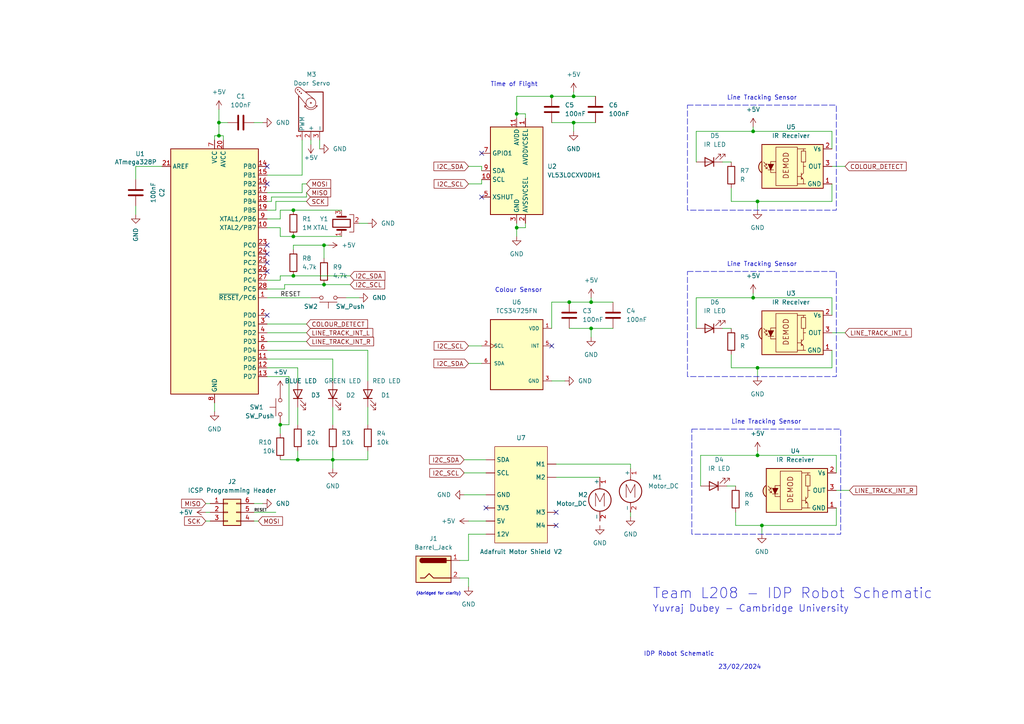
<source format=kicad_sch>
(kicad_sch (version 20230121) (generator eeschema)
  (paper "A4")
  (lib_symbols
    (symbol "Connector:Barrel_Jack" (pin_names (offset 1.016))
      (property "Reference" "J" (at 0 5.334 0))
      (property "Value" "Barrel_Jack" (at 0 -5.08 0))
      (symbol "Barrel_Jack_0_1"
        (rectangle (start -5.08 3.81) (end 5.08 -3.81) (stroke (width 0.254)) (fill (type background)))
        (arc (start -3.302 3.175) (mid -3.9343 2.54) (end -3.302 1.905) (stroke (width 0.254)))
        (arc (start -3.302 3.175) (mid -3.9343 2.54) (end -3.302 1.905) (stroke (width 0.254)) (fill (type outline)))
        (polyline (pts (xy 5.08 2.54) (xy 3.81 2.54)) (stroke (width 0.254)))
        (polyline (pts (xy -3.81 -2.54) (xy -2.54 -2.54) (xy -1.27 -1.27) (xy 0 -2.54) (xy 2.54 -2.54) (xy 5.08 -2.54)) (stroke (width 0.254)))
        (rectangle (start 3.683 3.175) (end -3.302 1.905) (stroke (width 0.254)) (fill (type outline)))
      )
      (symbol "Barrel_Jack_1_1"
        (pin passive line (at 7.62 2.54 180) (length 2.54) (name "~") (number "1"))
        (pin passive line (at 7.62 -2.54 180) (length 2.54) (name "~") (number "2"))
      )
    )
    (symbol "Connector_Generic:Conn_02x03_Counter_Clockwise" (pin_names (offset 1.016) hide)
      (property "Reference" "J" (at 1.27 5.08 0))
      (property "Value" "Conn_02x03_Counter_Clockwise" (at 1.27 -5.08 0))
      (symbol "Conn_02x03_Counter_Clockwise_1_1"
        (rectangle (start -1.27 -2.413) (end 0 -2.667) (stroke (width 0.1524)))
        (rectangle (start -1.27 0.127) (end 0 -0.127) (stroke (width 0.1524)))
        (rectangle (start -1.27 2.667) (end 0 2.413) (stroke (width 0.1524)))
        (rectangle (start -1.27 3.81) (end 3.81 -3.81) (stroke (width 0.254)) (fill (type background)))
        (rectangle (start 3.81 -2.413) (end 2.54 -2.667) (stroke (width 0.1524)))
        (rectangle (start 3.81 0.127) (end 2.54 -0.127) (stroke (width 0.1524)))
        (rectangle (start 3.81 2.667) (end 2.54 2.413) (stroke (width 0.1524)))
        (pin passive line (at -5.08 2.54 0) (length 3.81) (name "Pin_1") (number "1"))
        (pin passive line (at -5.08 0 0) (length 3.81) (name "Pin_2") (number "2"))
        (pin passive line (at -5.08 -2.54 0) (length 3.81) (name "Pin_3") (number "3"))
        (pin passive line (at 7.62 -2.54 180) (length 3.81) (name "Pin_4") (number "4"))
        (pin passive line (at 7.62 0 180) (length 3.81) (name "Pin_5") (number "5"))
        (pin passive line (at 7.62 2.54 180) (length 3.81) (name "Pin_6") (number "6"))
      )
    )
    (symbol "Device:C" (pin_numbers hide) (pin_names (offset 0.254))
      (property "Reference" "C" (at 0.635 2.54 0))
      (property "Value" "C" (at 0.635 -2.54 0))
      (symbol "C_0_1"
        (polyline (pts (xy -2.032 -0.762) (xy 2.032 -0.762)) (stroke (width 0.508)))
        (polyline (pts (xy -2.032 0.762) (xy 2.032 0.762)) (stroke (width 0.508)))
      )
      (symbol "C_1_1"
        (pin passive line (at 0 3.81 270) (length 2.794) (name "~") (number "1"))
        (pin passive line (at 0 -3.81 90) (length 2.794) (name "~") (number "2"))
      )
    )
    (symbol "Device:Crystal_GND2" (pin_names (offset 1.016) hide)
      (property "Reference" "Y" (at 0 5.715 0))
      (property "Value" "Crystal_GND2" (at 0 3.81 0))
      (symbol "Crystal_GND2_0_1"
        (rectangle (start -1.143 2.54) (end 1.143 -2.54) (stroke (width 0.3048)))
        (polyline (pts (xy -2.54 0) (xy -1.905 0)))
        (polyline (pts (xy -1.905 -1.27) (xy -1.905 1.27)) (stroke (width 0.508)))
        (polyline (pts (xy 0 -3.81) (xy 0 -3.556)))
        (polyline (pts (xy 1.905 0) (xy 2.54 0)))
        (polyline (pts (xy 1.905 1.27) (xy 1.905 -1.27)) (stroke (width 0.508)))
        (polyline (pts (xy -2.54 -2.286) (xy -2.54 -3.556) (xy 2.54 -3.556) (xy 2.54 -2.286)))
      )
      (symbol "Crystal_GND2_1_1"
        (pin passive line (at -3.81 0 0) (length 1.27) (name "1") (number "1"))
        (pin passive line (at 0 -5.08 90) (length 1.27) (name "2") (number "2"))
        (pin passive line (at 3.81 0 180) (length 1.27) (name "3") (number "3"))
      )
    )
    (symbol "Device:LED" (pin_numbers hide) (pin_names (offset 1.016) hide)
      (property "Reference" "D" (at 0 2.54 0))
      (property "Value" "LED" (at 0 -2.54 0))
      (symbol "LED_0_1"
        (polyline (pts (xy -1.27 -1.27) (xy -1.27 1.27)) (stroke (width 0.254)))
        (polyline (pts (xy -1.27 0) (xy 1.27 0)))
        (polyline (pts (xy 1.27 -1.27) (xy 1.27 1.27) (xy -1.27 0) (xy 1.27 -1.27)) (stroke (width 0.254)))
        (polyline (pts (xy -3.048 -0.762) (xy -4.572 -2.286) (xy -3.81 -2.286) (xy -4.572 -2.286) (xy -4.572 -1.524)))
        (polyline (pts (xy -1.778 -0.762) (xy -3.302 -2.286) (xy -2.54 -2.286) (xy -3.302 -2.286) (xy -3.302 -1.524)))
      )
      (symbol "LED_1_1"
        (pin passive line (at -3.81 0 0) (length 2.54) (name "K") (number "1"))
        (pin passive line (at 3.81 0 180) (length 2.54) (name "A") (number "2"))
      )
    )
    (symbol "Device:R" (pin_numbers hide) (pin_names (offset 0))
      (property "Reference" "R" (at 2.032 0 90))
      (property "Value" "R" (at 0 0 90))
      (symbol "R_0_1"
        (rectangle (start -1.016 -2.54) (end 1.016 2.54) (stroke (width 0.254)))
      )
      (symbol "R_1_1"
        (pin passive line (at 0 3.81 270) (length 1.27) (name "~") (number "1"))
        (pin passive line (at 0 -3.81 90) (length 1.27) (name "~") (number "2"))
      )
    )
    (symbol "Interface_Optical:TSOP17xx"
      (property "Reference" "U" (at -10.16 7.62 0))
      (property "Value" "TSOP17xx" (at -10.16 -7.62 0))
      (symbol "TSOP17xx_0_0"
        (arc (start -10.287 1.397) (mid -11.0899 -0.1852) (end -10.287 -1.778) (stroke (width 0.254)) (fill (type background)))
        (polyline (pts (xy 1.905 -5.08) (xy 0.127 -5.08)))
        (polyline (pts (xy 1.905 5.08) (xy 0.127 5.08)))
        (text "DEMOD" (at -3.175 0.254 900) (effects (font (size 1.524 1.524))))
      )
      (symbol "TSOP17xx_0_1"
        (rectangle (start -6.096 5.588) (end 0.127 -5.588))
        (polyline (pts (xy -8.763 0.381) (xy -9.652 1.27)))
        (polyline (pts (xy -8.763 0.381) (xy -9.271 0.381)))
        (polyline (pts (xy -8.763 0.381) (xy -8.763 0.889)))
        (polyline (pts (xy -8.636 -0.635) (xy -9.525 0.254)))
        (polyline (pts (xy -8.636 -0.635) (xy -9.144 -0.635)))
        (polyline (pts (xy -8.636 -0.635) (xy -8.636 -0.127)))
        (polyline (pts (xy -8.382 -1.016) (xy -6.731 -1.016)))
        (polyline (pts (xy 1.27 -2.921) (xy 0.127 -2.921)))
        (polyline (pts (xy 1.27 -1.905) (xy 1.27 -3.81)))
        (polyline (pts (xy 1.397 -3.556) (xy 1.524 -3.556)))
        (polyline (pts (xy 1.651 -3.556) (xy 1.524 -3.556)))
        (polyline (pts (xy 1.651 -3.556) (xy 1.651 -3.302)))
        (polyline (pts (xy 1.905 0) (xy 1.905 1.27)))
        (polyline (pts (xy 1.905 4.445) (xy 1.905 5.08) (xy 2.54 5.08)))
        (polyline (pts (xy -8.382 0.635) (xy -6.731 0.635) (xy -7.62 -1.016) (xy -8.382 0.635)) (fill (type outline)))
        (polyline (pts (xy -6.096 1.397) (xy -7.62 1.397) (xy -7.62 -1.778) (xy -6.096 -1.778)))
        (polyline (pts (xy 1.27 -3.175) (xy 1.905 -3.81) (xy 1.905 -5.08) (xy 2.54 -5.08)))
        (polyline (pts (xy 1.27 -2.54) (xy 1.905 -1.905) (xy 1.905 0) (xy 2.54 0)))
        (rectangle (start 2.54 1.27) (end 1.27 4.445))
        (rectangle (start 7.62 6.35) (end -10.16 -6.35) (stroke (width 0.254)) (fill (type background)))
      )
      (symbol "TSOP17xx_1_1"
        (pin power_in line (at 10.16 -5.08 180) (length 2.54) (name "GND") (number "1"))
        (pin power_in line (at 10.16 5.08 180) (length 2.54) (name "Vs") (number "2"))
        (pin output line (at 10.16 0 180) (length 2.54) (name "OUT") (number "3"))
      )
    )
    (symbol "MCU_Microchip_ATmega:ATmega328P-P"
      (property "Reference" "U" (at -12.7 36.83 0))
      (property "Value" "ATmega328P-P" (at 2.54 -36.83 0))
      (symbol "ATmega328P-P_0_1"
        (rectangle (start -12.7 -35.56) (end 12.7 35.56) (stroke (width 0.254)) (fill (type background)))
      )
      (symbol "ATmega328P-P_1_1"
        (pin bidirectional line (at 15.24 -7.62 180) (length 2.54) (name "~{RESET}/PC6") (number "1"))
        (pin bidirectional line (at 15.24 12.7 180) (length 2.54) (name "XTAL2/PB7") (number "10"))
        (pin bidirectional line (at 15.24 -25.4 180) (length 2.54) (name "PD5") (number "11"))
        (pin bidirectional line (at 15.24 -27.94 180) (length 2.54) (name "PD6") (number "12"))
        (pin bidirectional line (at 15.24 -30.48 180) (length 2.54) (name "PD7") (number "13"))
        (pin bidirectional line (at 15.24 30.48 180) (length 2.54) (name "PB0") (number "14"))
        (pin bidirectional line (at 15.24 27.94 180) (length 2.54) (name "PB1") (number "15"))
        (pin bidirectional line (at 15.24 25.4 180) (length 2.54) (name "PB2") (number "16"))
        (pin bidirectional line (at 15.24 22.86 180) (length 2.54) (name "PB3") (number "17"))
        (pin bidirectional line (at 15.24 20.32 180) (length 2.54) (name "PB4") (number "18"))
        (pin bidirectional line (at 15.24 17.78 180) (length 2.54) (name "PB5") (number "19"))
        (pin bidirectional line (at 15.24 -12.7 180) (length 2.54) (name "PD0") (number "2"))
        (pin power_in line (at 2.54 38.1 270) (length 2.54) (name "AVCC") (number "20"))
        (pin passive line (at -15.24 30.48 0) (length 2.54) (name "AREF") (number "21"))
        (pin passive line (at 0 -38.1 90) (length 2.54) hide (name "GND") (number "22"))
        (pin bidirectional line (at 15.24 7.62 180) (length 2.54) (name "PC0") (number "23"))
        (pin bidirectional line (at 15.24 5.08 180) (length 2.54) (name "PC1") (number "24"))
        (pin bidirectional line (at 15.24 2.54 180) (length 2.54) (name "PC2") (number "25"))
        (pin bidirectional line (at 15.24 0 180) (length 2.54) (name "PC3") (number "26"))
        (pin bidirectional line (at 15.24 -2.54 180) (length 2.54) (name "PC4") (number "27"))
        (pin bidirectional line (at 15.24 -5.08 180) (length 2.54) (name "PC5") (number "28"))
        (pin bidirectional line (at 15.24 -15.24 180) (length 2.54) (name "PD1") (number "3"))
        (pin bidirectional line (at 15.24 -17.78 180) (length 2.54) (name "PD2") (number "4"))
        (pin bidirectional line (at 15.24 -20.32 180) (length 2.54) (name "PD3") (number "5"))
        (pin bidirectional line (at 15.24 -22.86 180) (length 2.54) (name "PD4") (number "6"))
        (pin power_in line (at 0 38.1 270) (length 2.54) (name "VCC") (number "7"))
        (pin power_in line (at 0 -38.1 90) (length 2.54) (name "GND") (number "8"))
        (pin bidirectional line (at 15.24 15.24 180) (length 2.54) (name "XTAL1/PB6") (number "9"))
      )
    )
    (symbol "Motor:Motor_DC" (pin_names (offset 0))
      (property "Reference" "M" (at 2.54 2.54 0))
      (property "Value" "Motor_DC" (at 2.54 -5.08 0))
      (symbol "Motor_DC_0_0"
        (polyline (pts (xy -1.27 -3.302) (xy -1.27 0.508) (xy 0 -2.032) (xy 1.27 0.508) (xy 1.27 -3.302)))
      )
      (symbol "Motor_DC_0_1"
        (circle (center 0 -1.524) (radius 3.2512) (stroke (width 0.254)))
        (polyline (pts (xy 0 -7.62) (xy 0 -7.112)))
        (polyline (pts (xy 0 -4.7752) (xy 0 -5.1816)))
        (polyline (pts (xy 0 1.7272) (xy 0 2.0828)))
        (polyline (pts (xy 0 2.032) (xy 0 2.54)))
      )
      (symbol "Motor_DC_1_1"
        (pin passive line (at 0 5.08 270) (length 2.54) (name "+") (number "1"))
        (pin passive line (at 0 -7.62 90) (length 2.54) (name "-") (number "2"))
      )
    )
    (symbol "Motor:Motor_Servo" (pin_names (offset 0.0254))
      (property "Reference" "M" (at -5.08 4.445 0))
      (property "Value" "Motor_Servo" (at -5.08 -4.064 0))
      (symbol "Motor_Servo_0_1"
        (polyline (pts (xy 2.413 -1.778) (xy 2.032 -1.778)))
        (polyline (pts (xy 2.413 -1.778) (xy 2.286 -1.397)))
        (polyline (pts (xy 2.413 1.778) (xy 1.905 1.778)))
        (polyline (pts (xy 2.413 1.778) (xy 2.286 1.397)))
        (polyline (pts (xy 6.35 4.445) (xy 2.54 1.27)))
        (polyline (pts (xy 7.62 3.175) (xy 4.191 -1.016)))
        (polyline (pts (xy 5.08 3.556) (xy -5.08 3.556) (xy -5.08 -3.556) (xy 6.35 -3.556) (xy 6.35 1.524)) (stroke (width 0.254)))
        (arc (start 2.413 1.778) (mid 1.2406 0) (end 2.413 -1.778))
        (circle (center 3.175 0) (radius 0.1778))
        (circle (center 3.175 0) (radius 1.4224))
        (circle (center 5.969 2.794) (radius 0.127))
        (circle (center 6.477 3.302) (radius 0.127))
        (circle (center 6.985 3.81) (radius 0.127))
        (arc (start 7.62 3.175) (mid 7.4485 4.2735) (end 6.35 4.445))
      )
      (symbol "Motor_Servo_1_1"
        (pin passive line (at -7.62 2.54 0) (length 2.54) (name "PWM") (number "1"))
        (pin passive line (at -7.62 0 0) (length 2.54) (name "+") (number "2"))
        (pin passive line (at -7.62 -2.54 0) (length 2.54) (name "-") (number "3"))
      )
    )
    (symbol "Sensor_Distance:VL53L0CXV0DH1"
      (property "Reference" "U" (at -6.35 13.97 0))
      (property "Value" "VL53L0CXV0DH1" (at 12.065 13.97 0))
      (symbol "VL53L0CXV0DH1_0_1"
        (rectangle (start -7.62 12.7) (end 7.62 -12.7) (stroke (width 0.254)) (fill (type background)))
      )
      (symbol "VL53L0CXV0DH1_1_1"
        (pin power_in line (at 2.54 15.24 270) (length 2.54) (name "AVDDVCSEL") (number "1"))
        (pin input line (at -10.16 -2.54 0) (length 2.54) (name "SCL") (number "10"))
        (pin power_in line (at 0 15.24 270) (length 2.54) (name "AVDD") (number "11"))
        (pin passive line (at 0 -15.24 90) (length 2.54) hide (name "GND") (number "12"))
        (pin power_in line (at 2.54 -15.24 90) (length 2.54) (name "AVSSVCSEL") (number "2"))
        (pin power_in line (at 0 -15.24 90) (length 2.54) (name "GND") (number "3"))
        (pin passive line (at 0 -15.24 90) (length 2.54) hide (name "GND") (number "4"))
        (pin input line (at -10.16 -7.62 0) (length 2.54) (name "XSHUT") (number "5"))
        (pin passive line (at 0 -15.24 90) (length 2.54) hide (name "GND") (number "6"))
        (pin open_collector line (at -10.16 5.08 0) (length 2.54) (name "GPIO1") (number "7"))
        (pin no_connect line (at -7.62 7.62 0) (length 2.54) hide (name "DNC") (number "8"))
        (pin bidirectional line (at -10.16 0 0) (length 2.54) (name "SDA") (number "9"))
      )
    )
    (symbol "Switch:SW_Push" (pin_numbers hide) (pin_names (offset 1.016) hide)
      (property "Reference" "SW" (at 1.27 2.54 0))
      (property "Value" "SW_Push" (at 0 -1.524 0))
      (symbol "SW_Push_0_1"
        (circle (center -2.032 0) (radius 0.508))
        (polyline (pts (xy 0 1.27) (xy 0 3.048)))
        (polyline (pts (xy 2.54 1.27) (xy -2.54 1.27)))
        (circle (center 2.032 0) (radius 0.508))
        (pin passive line (at -5.08 0 0) (length 2.54) (name "1") (number "1"))
        (pin passive line (at 5.08 0 180) (length 2.54) (name "2") (number "2"))
      )
    )
    (symbol "TCS34725FN:TCS34725FN" (pin_names (offset 1.016))
      (property "Reference" "U" (at -7.6343 10.179 0))
      (property "Value" "TCS34725FN" (at -7.6296 -10.1727 0))
      (symbol "TCS34725FN_0_0"
        (rectangle (start -7.62 -10.16) (end 7.62 10.16) (stroke (width 0.254)) (fill (type background)))
        (pin power_in line (at 10.16 7.62 180) (length 2.54) (name "VDD") (number "1"))
        (pin input clock (at -10.16 2.54 0) (length 2.54) (name "SCL") (number "2"))
        (pin power_in line (at 10.16 -7.62 180) (length 2.54) (name "GND") (number "3"))
        (pin output line (at 10.16 2.54 180) (length 2.54) (name "INT") (number "5"))
        (pin bidirectional line (at -10.16 -2.54 0) (length 2.54) (name "SDA") (number "6"))
      )
    )
    (symbol "adafruit_shield:Adafruit_Motor_Shield_V2"
      (property "Reference" "U" (at -16.51 10.16 90))
      (symbol "Adafruit_Motor_Shield_V2_1_1"
        (rectangle (start -13.97 17.78) (end 13.97 2.54) (fill (type background)))
        (pin power_out line (at 11.43 0 90) (length 2.54) (name "12V") (number ""))
        (pin power_out line (at 3.81 0 90) (length 2.54) (name "3V3") (number ""))
        (pin power_out line (at 7.62 0 90) (length 2.54) (name "5V") (number ""))
        (pin passive line (at 0 0 90) (length 2.54) (name "GND") (number ""))
        (pin output line (at -8.89 20.32 270) (length 2.54) (name "M1") (number ""))
        (pin output line (at -5.08 20.32 270) (length 2.54) (name "M2") (number ""))
        (pin output line (at 5.08 20.32 270) (length 2.54) (name "M3") (number ""))
        (pin output line (at 8.89 20.32 270) (length 2.54) (name "M4") (number ""))
        (pin passive line (at -6.35 0 90) (length 2.54) (name "SCL") (number ""))
        (pin passive line (at -10.16 0 90) (length 2.54) (name "SDA") (number ""))
      )
    )
    (symbol "power:+5V" (power) (pin_names (offset 0))
      (property "Value" "+5V" (at 0 3.556 0))
      (symbol "+5V_0_1"
        (polyline (pts (xy -0.762 1.27) (xy 0 2.54)))
        (polyline (pts (xy 0 0) (xy 0 2.54)))
        (polyline (pts (xy 0 2.54) (xy 0.762 1.27)))
      )
      (symbol "+5V_1_1"
        (pin power_in line (at 0 0 90) (length 0) hide (name "+5V") (number "1"))
      )
    )
    (symbol "power:GND" (power) (pin_names (offset 0))
      (property "Value" "GND" (at 0 -3.81 0))
      (symbol "GND_0_1"
        (polyline (pts (xy 0 0) (xy 0 -1.27) (xy 1.27 -1.27) (xy 0 -2.54) (xy -1.27 -1.27) (xy 0 -1.27)))
      )
      (symbol "GND_1_1"
        (pin power_in line (at 0 0 270) (length 0) hide (name "GND") (number "1"))
      )
    )
  )
  (junction (at 85.09 80.01))
  (junction (at 219.71 58.42))
  (junction (at 93.98 71.12))
  (junction (at 149.86 66.04))
  (junction (at 219.71 106.68))
  (junction (at 63.5 35.56))
  (junction (at 81.28 123.19))
  (junction (at 160.02 27.94))
  (junction (at 93.98 82.55))
  (junction (at 219.71 132.08))
  (junction (at 166.37 27.94))
  (junction (at 218.44 86.36))
  (junction (at 171.45 95.25))
  (junction (at 86.36 133.35))
  (junction (at 171.45 87.63))
  (junction (at 220.98 152.4))
  (junction (at 218.44 38.1))
  (junction (at 165.1 87.63))
  (junction (at 85.09 68.58))
  (junction (at 63.5 39.37))
  (junction (at 166.37 35.56))
  (junction (at 149.86 33.02))
  (junction (at 96.52 133.35))
  (junction (at 85.09 60.96))
  (no_connect (at 161.29 148.59))
  (no_connect (at 77.47 73.66))
  (no_connect (at 77.47 48.26))
  (no_connect (at 77.47 71.12))
  (no_connect (at 139.7 57.15))
  (no_connect (at 77.47 76.2))
  (no_connect (at 140.97 147.32))
  (no_connect (at 161.29 152.4))
  (no_connect (at 77.47 78.74))
  (no_connect (at 77.47 53.34))
  (no_connect (at 139.7 44.45))
  (no_connect (at 77.47 91.44))
  (no_connect (at 160.02 100.33))
  (wire (pts (xy 135.89 48.26) (xy 139.7 48.26)))
  (wire (pts (xy 77.47 83.82) (xy 82.55 83.82)))
  (wire (pts (xy 85.09 71.12) (xy 93.98 71.12)))
  (wire (pts (xy 166.37 35.56) (xy 166.37 38.1)))
  (wire (pts (xy 160.02 110.49) (xy 163.83 110.49)))
  (wire (pts (xy 241.3 48.26) (xy 245.11 48.26)))
  (wire (pts (xy 81.28 68.58) (xy 85.09 68.58)))
  (wire (pts (xy 83.82 123.19) (xy 83.82 109.22)))
  (wire (pts (xy 201.93 86.36) (xy 218.44 86.36)))
  (wire (pts (xy 77.47 66.04) (xy 81.28 66.04)))
  (wire (pts (xy 242.57 142.24) (xy 246.38 142.24)))
  (wire (pts (xy 241.3 91.44) (xy 241.3 86.36)))
  (wire (pts (xy 242.57 152.4) (xy 242.57 147.32)))
  (wire (pts (xy 87.63 40.64) (xy 87.63 50.8)))
  (wire (pts (xy 73.66 151.13) (xy 74.93 151.13)))
  (wire (pts (xy 212.09 102.87) (xy 212.09 106.68)))
  (wire (pts (xy 135.89 167.64) (xy 135.89 170.18)))
  (wire (pts (xy 96.52 133.35) (xy 96.52 135.89)))
  (wire (pts (xy 77.47 63.5) (xy 81.28 63.5)))
  (wire (pts (xy 81.28 60.96) (xy 85.09 60.96)))
  (wire (pts (xy 152.4 34.29) (xy 152.4 33.02)))
  (wire (pts (xy 81.28 123.19) (xy 83.82 123.19)))
  (wire (pts (xy 77.47 60.96) (xy 80.01 60.96)))
  (wire (pts (xy 86.36 130.81) (xy 86.36 133.35)))
  (wire (pts (xy 64.77 39.37) (xy 64.77 40.64)))
  (wire (pts (xy 83.82 109.22) (xy 77.47 109.22)))
  (wire (pts (xy 87.63 53.34) (xy 88.9 53.34)))
  (wire (pts (xy 93.98 71.12) (xy 95.25 71.12)))
  (wire (pts (xy 160.02 95.25) (xy 160.02 87.63)))
  (wire (pts (xy 161.29 138.43) (xy 173.99 138.43)))
  (wire (pts (xy 62.23 116.84) (xy 62.23 119.38)))
  (wire (pts (xy 220.98 152.4) (xy 242.57 152.4)))
  (wire (pts (xy 220.98 152.4) (xy 213.36 152.4)))
  (wire (pts (xy 219.71 58.42) (xy 241.3 58.42)))
  (wire (pts (xy 171.45 95.25) (xy 171.45 97.79)))
  (wire (pts (xy 86.36 106.68) (xy 86.36 110.49)))
  (wire (pts (xy 77.47 81.28) (xy 81.28 81.28)))
  (wire (pts (xy 135.89 154.94) (xy 140.97 154.94)))
  (wire (pts (xy 82.55 82.55) (xy 93.98 82.55)))
  (wire (pts (xy 78.74 58.42) (xy 78.74 57.15)))
  (wire (pts (xy 219.71 58.42) (xy 212.09 58.42)))
  (wire (pts (xy 139.7 48.26) (xy 139.7 49.53)))
  (wire (pts (xy 171.45 95.25) (xy 177.8 95.25)))
  (wire (pts (xy 219.71 109.22) (xy 219.71 106.68)))
  (wire (pts (xy 166.37 27.94) (xy 172.72 27.94)))
  (wire (pts (xy 182.88 148.59) (xy 182.88 149.86)))
  (wire (pts (xy 212.09 54.61) (xy 212.09 58.42)))
  (wire (pts (xy 241.3 86.36) (xy 218.44 86.36)))
  (wire (pts (xy 241.3 38.1) (xy 218.44 38.1)))
  (wire (pts (xy 201.93 38.1) (xy 218.44 38.1)))
  (wire (pts (xy 201.93 95.25) (xy 201.93 86.36)))
  (wire (pts (xy 106.68 130.81) (xy 106.68 133.35)))
  (wire (pts (xy 133.35 167.64) (xy 135.89 167.64)))
  (wire (pts (xy 73.66 148.59) (xy 80.01 148.59)))
  (wire (pts (xy 77.47 99.06) (xy 88.9 99.06)))
  (wire (pts (xy 135.89 105.41) (xy 139.7 105.41)))
  (wire (pts (xy 160.02 35.56) (xy 166.37 35.56)))
  (wire (pts (xy 100.33 86.36) (xy 104.14 86.36)))
  (wire (pts (xy 166.37 35.56) (xy 172.72 35.56)))
  (wire (pts (xy 171.45 87.63) (xy 177.8 87.63)))
  (wire (pts (xy 39.37 59.69) (xy 39.37 62.23)))
  (wire (pts (xy 241.3 43.18) (xy 241.3 38.1)))
  (wire (pts (xy 88.9 55.88) (xy 88.9 57.15)))
  (wire (pts (xy 160.02 87.63) (xy 165.1 87.63)))
  (wire (pts (xy 86.36 118.11) (xy 86.36 123.19)))
  (wire (pts (xy 59.69 146.05) (xy 60.96 146.05)))
  (wire (pts (xy 219.71 106.68) (xy 212.09 106.68)))
  (wire (pts (xy 104.14 64.77) (xy 106.68 64.77)))
  (wire (pts (xy 92.71 40.64) (xy 92.71 43.18)))
  (wire (pts (xy 171.45 87.63) (xy 171.45 86.36)))
  (wire (pts (xy 139.7 53.34) (xy 139.7 52.07)))
  (wire (pts (xy 59.69 148.59) (xy 60.96 148.59)))
  (wire (pts (xy 85.09 60.96) (xy 99.06 60.96)))
  (wire (pts (xy 96.52 104.14) (xy 96.52 110.49)))
  (wire (pts (xy 73.66 35.56) (xy 76.2 35.56)))
  (wire (pts (xy 219.71 106.68) (xy 241.3 106.68)))
  (wire (pts (xy 66.04 35.56) (xy 63.5 35.56)))
  (wire (pts (xy 134.62 133.35) (xy 140.97 133.35)))
  (wire (pts (xy 149.86 64.77) (xy 149.86 66.04)))
  (wire (pts (xy 149.86 34.29) (xy 149.86 33.02)))
  (wire (pts (xy 96.52 130.81) (xy 96.52 133.35)))
  (wire (pts (xy 77.47 104.14) (xy 96.52 104.14)))
  (wire (pts (xy 63.5 39.37) (xy 64.77 39.37)))
  (wire (pts (xy 218.44 38.1) (xy 218.44 36.83)))
  (wire (pts (xy 77.47 96.52) (xy 88.9 96.52)))
  (wire (pts (xy 81.28 133.35) (xy 86.36 133.35)))
  (wire (pts (xy 85.09 68.58) (xy 99.06 68.58)))
  (wire (pts (xy 135.89 100.33) (xy 139.7 100.33)))
  (wire (pts (xy 133.35 162.56) (xy 135.89 162.56)))
  (wire (pts (xy 63.5 31.75) (xy 63.5 35.56)))
  (wire (pts (xy 160.02 27.94) (xy 166.37 27.94)))
  (wire (pts (xy 77.47 101.6) (xy 106.68 101.6)))
  (wire (pts (xy 39.37 52.07) (xy 39.37 48.26)))
  (wire (pts (xy 88.9 93.98) (xy 77.47 93.98)))
  (wire (pts (xy 161.29 134.62) (xy 182.88 134.62)))
  (wire (pts (xy 106.68 101.6) (xy 106.68 110.49)))
  (wire (pts (xy 93.98 82.55) (xy 101.6 82.55)))
  (wire (pts (xy 106.68 118.11) (xy 106.68 123.19)))
  (wire (pts (xy 59.69 151.13) (xy 60.96 151.13)))
  (wire (pts (xy 135.89 162.56) (xy 135.89 154.94)))
  (wire (pts (xy 149.86 66.04) (xy 152.4 66.04)))
  (wire (pts (xy 213.36 148.59) (xy 213.36 152.4)))
  (wire (pts (xy 90.17 40.64) (xy 90.17 41.91)))
  (wire (pts (xy 77.47 86.36) (xy 90.17 86.36)))
  (wire (pts (xy 218.44 86.36) (xy 218.44 85.09)))
  (wire (pts (xy 39.37 48.26) (xy 46.99 48.26)))
  (wire (pts (xy 241.3 106.68) (xy 241.3 101.6)))
  (wire (pts (xy 87.63 50.8) (xy 77.47 50.8)))
  (wire (pts (xy 134.62 143.51) (xy 140.97 143.51)))
  (wire (pts (xy 81.28 63.5) (xy 81.28 60.96)))
  (wire (pts (xy 62.23 39.37) (xy 62.23 40.64)))
  (wire (pts (xy 152.4 33.02) (xy 149.86 33.02)))
  (wire (pts (xy 182.88 134.62) (xy 182.88 135.89)))
  (wire (pts (xy 201.93 46.99) (xy 201.93 38.1)))
  (wire (pts (xy 242.57 137.16) (xy 242.57 132.08)))
  (wire (pts (xy 77.47 55.88) (xy 87.63 55.88)))
  (wire (pts (xy 96.52 133.35) (xy 106.68 133.35)))
  (wire (pts (xy 209.55 95.25) (xy 212.09 95.25)))
  (wire (pts (xy 81.28 66.04) (xy 81.28 68.58)))
  (wire (pts (xy 80.01 58.42) (xy 80.01 60.96)))
  (wire (pts (xy 219.71 132.08) (xy 219.71 130.81)))
  (wire (pts (xy 73.66 146.05) (xy 76.2 146.05)))
  (wire (pts (xy 149.86 66.04) (xy 149.86 68.58)))
  (wire (pts (xy 81.28 81.28) (xy 81.28 80.01)))
  (wire (pts (xy 241.3 58.42) (xy 241.3 53.34)))
  (wire (pts (xy 78.74 57.15) (xy 88.9 57.15)))
  (wire (pts (xy 165.1 87.63) (xy 171.45 87.63)))
  (wire (pts (xy 63.5 35.56) (xy 63.5 39.37)))
  (wire (pts (xy 219.71 60.96) (xy 219.71 58.42)))
  (wire (pts (xy 77.47 106.68) (xy 86.36 106.68)))
  (wire (pts (xy 220.98 154.94) (xy 220.98 152.4)))
  (wire (pts (xy 149.86 27.94) (xy 160.02 27.94)))
  (wire (pts (xy 135.89 53.34) (xy 139.7 53.34)))
  (wire (pts (xy 165.1 95.25) (xy 171.45 95.25)))
  (wire (pts (xy 80.01 58.42) (xy 88.9 58.42)))
  (wire (pts (xy 86.36 133.35) (xy 96.52 133.35)))
  (wire (pts (xy 85.09 80.01) (xy 101.6 80.01)))
  (wire (pts (xy 81.28 80.01) (xy 85.09 80.01)))
  (wire (pts (xy 210.82 140.97) (xy 213.36 140.97)))
  (wire (pts (xy 85.09 72.39) (xy 85.09 71.12)))
  (wire (pts (xy 241.3 96.52) (xy 245.11 96.52)))
  (wire (pts (xy 77.47 58.42) (xy 78.74 58.42)))
  (wire (pts (xy 149.86 33.02) (xy 149.86 27.94)))
  (wire (pts (xy 87.63 55.88) (xy 87.63 53.34)))
  (wire (pts (xy 93.98 74.93) (xy 93.98 71.12)))
  (wire (pts (xy 203.2 140.97) (xy 203.2 132.08)))
  (wire (pts (xy 81.28 123.19) (xy 81.28 125.73)))
  (wire (pts (xy 209.55 46.99) (xy 212.09 46.99)))
  (wire (pts (xy 62.23 39.37) (xy 63.5 39.37)))
  (wire (pts (xy 82.55 83.82) (xy 82.55 82.55)))
  (wire (pts (xy 152.4 66.04) (xy 152.4 64.77)))
  (wire (pts (xy 203.2 132.08) (xy 219.71 132.08)))
  (wire (pts (xy 242.57 132.08) (xy 219.71 132.08)))
  (wire (pts (xy 96.52 118.11) (xy 96.52 123.19)))
  (wire (pts (xy 135.89 151.13) (xy 140.97 151.13)))
  (wire (pts (xy 166.37 27.94) (xy 166.37 26.67)))
  (wire (pts (xy 134.62 137.16) (xy 140.97 137.16)))
  (rectangle (start 199.39 30.48) (end 242.57 60.96) (stroke (width 0) (type dash)))
  (rectangle (start 199.39 78.74) (end 242.57 109.22) (stroke (width 0) (type dash)))
  (rectangle (start 200.66 124.46) (end 243.84 154.94) (stroke (width 0) (type dash)))
  (text "23/02/2024" (at 208.28 194.31 0) (effects (font (size 1.27 1.27)) (justify left bottom)))
  (text "Line Tracking Sensor" (at 212.09 123.19 0) (effects (font (size 1.27 1.27)) (justify left bottom)))
  (text "(Abridged for clarity)" (at 120.65 172.72 0) (effects (font (size 0.8 0.8)) (justify left bottom)))
  (text "Team L208 - IDP Robot Schematic" (at 189.23 173.99 0) (effects (font (size 3 3)) (justify left bottom)))
  (text "IDP Robot Schematic" (at 186.69 190.5 0) (effects (font (size 1.27 1.27)) (justify left bottom)))
  (text "Yuvraj Dubey - Cambridge University" (at 189.23 177.8 0) (effects (font (size 2 2)) (justify left bottom)))
  (text "Line Tracking Sensor" (at 210.82 29.21 0) (effects (font (size 1.27 1.27)) (justify left bottom)))
  (text "Line Tracking Sensor" (at 210.82 77.47 0) (effects (font (size 1.27 1.27)) (justify left bottom)))
  (label "Time of Flight" (at 142.24 25.4 0))
  (label "RESET" (at 73.66 148.59 0) (effects (font (size 0.8 0.8))))
  (label "Colour Sensor" (at 143.51 85.09 0))
  (label "RESET" (at 81.28 86.36 0))
  (global_label "I2C_SDA" (shape input) (at 134.62 133.35 180) (property "Intersheetrefs" "${INTERSHEET_REFS}" (effects hide)))
  (global_label "LINE_TRACK_INT_R" (shape input) (at 246.38 142.24 0) (property "Intersheetrefs" "${INTERSHEET_REFS}" (effects hide)))
  (global_label "I2C_SDA" (shape input) (at 101.6 80.01 0) (property "Intersheetrefs" "${INTERSHEET_REFS}" (effects hide)))
  (global_label "COLOUR_DETECT" (shape input) (at 245.11 48.26 0) (property "Intersheetrefs" "${INTERSHEET_REFS}" (effects hide)))
  (global_label "LINE_TRACK_INT_L" (shape input) (at 88.9 96.52 0) (property "Intersheetrefs" "${INTERSHEET_REFS}" (effects hide)))
  (global_label "I2C_SDA" (shape input) (at 135.89 105.41 180) (property "Intersheetrefs" "${INTERSHEET_REFS}" (effects hide)))
  (global_label "I2C_SCL" (shape input) (at 135.89 53.34 180) (property "Intersheetrefs" "${INTERSHEET_REFS}" (effects hide)))
  (global_label "MISO" (shape input) (at 88.9 55.88 0) (property "Intersheetrefs" "${INTERSHEET_REFS}" (effects hide)))
  (global_label "MOSI" (shape input) (at 74.93 151.13 0) (property "Intersheetrefs" "${INTERSHEET_REFS}" (effects hide)))
  (global_label "I2C_SCL" (shape input) (at 135.89 100.33 180) (property "Intersheetrefs" "${INTERSHEET_REFS}" (effects hide)))
  (global_label "I2C_SCL" (shape input) (at 134.62 137.16 180) (property "Intersheetrefs" "${INTERSHEET_REFS}" (effects hide)))
  (global_label "I2C_SDA" (shape input) (at 135.89 48.26 180) (property "Intersheetrefs" "${INTERSHEET_REFS}" (effects hide)))
  (global_label "MOSI" (shape input) (at 88.9 53.34 0) (property "Intersheetrefs" "${INTERSHEET_REFS}" (effects hide)))
  (global_label "LINE_TRACK_INT_R" (shape input) (at 88.9 99.06 0) (property "Intersheetrefs" "${INTERSHEET_REFS}" (effects hide)))
  (global_label "MISO" (shape input) (at 59.69 146.05 180) (property "Intersheetrefs" "${INTERSHEET_REFS}" (effects hide)))
  (global_label "SCK" (shape input) (at 88.9 58.42 0) (property "Intersheetrefs" "${INTERSHEET_REFS}" (effects hide)))
  (global_label "SCK" (shape input) (at 59.69 151.13 180) (property "Intersheetrefs" "${INTERSHEET_REFS}" (effects hide)))
  (global_label "I2C_SCL" (shape input) (at 101.6 82.55 0) (property "Intersheetrefs" "${INTERSHEET_REFS}" (effects hide)))
  (global_label "COLOUR_DETECT" (shape input) (at 88.9 93.98 0) (property "Intersheetrefs" "${INTERSHEET_REFS}" (effects hide)))
  (global_label "LINE_TRACK_INT_L" (shape input) (at 245.11 96.52 0) (property "Intersheetrefs" "${INTERSHEET_REFS}" (effects hide)))
  (symbol (lib_id "power:+5V") (at 63.5 31.75 0) (unit 1)
    (property "Reference" "#PWR06" (effects hide))
    (property "Value" "+5V" (at 63.5 26.67 0))
  )
  (symbol (lib_id "power:GND") (at 96.52 135.89 0) (unit 1)
    (property "Reference" "#PWR010" (effects hide))
    (property "Value" "GND" (at 96.52 140.97 0))
  )
  (symbol (lib_id "Connector:Barrel_Jack") (at 125.73 165.1 0) (unit 1)
    (property "Reference" "J1" (at 125.73 156.21 0))
    (property "Value" "Barrel_Jack" (at 125.73 158.75 0))
  )
  (symbol (lib_id "Device:LED") (at 86.36 114.3 90) (unit 1)
    (property "Reference" "D3" (at 90.17 114.6175 90) (effects (justify right)))
    (property "Value" "BLUE LED" (at 82.55 110.49 90) (effects (justify right)))
  )
  (symbol (lib_id "Motor:Motor_Servo") (at 90.17 33.02 90) (unit 1)
    (property "Reference" "M3" (at 88.9 21.59 90) (effects (justify right)))
    (property "Value" "Door Servo" (at 85.09 24.13 90) (effects (justify right)))
    (property "Datasheet" "http://forums.parallax.com/uploads/attachments/46831/74481.png" (effects hide))
  )
  (symbol (lib_id "Device:LED") (at 96.52 114.3 90) (unit 1)
    (property "Reference" "D2" (at 100.33 114.6175 90) (effects (justify right)))
    (property "Value" "GREEN LED" (at 93.98 110.49 90) (effects (justify right)))
  )
  (symbol (lib_id "power:GND") (at 106.68 64.77 90) (unit 1)
    (property "Reference" "#PWR04" (effects hide))
    (property "Value" "GND" (at 110.49 64.77 90) (effects (justify right)))
  )
  (symbol (lib_id "Device:R") (at 213.36 144.78 0) (unit 1)
    (property "Reference" "R6" (at 215.9 143.51 0) (effects (justify left)))
    (property "Value" "R" (at 215.9 146.05 0) (effects (justify left)))
  )
  (symbol (lib_id "Connector_Generic:Conn_02x03_Counter_Clockwise") (at 66.04 148.59 0) (unit 1)
    (property "Reference" "J2" (at 67.31 139.7 0))
    (property "Value" "ICSP Programming Header" (at 67.31 142.24 0))
  )
  (symbol (lib_id "Interface_Optical:TSOP17xx") (at 231.14 48.26 0) (unit 1)
    (property "Reference" "U5" (at 229.405 36.83 0))
    (property "Value" "IR Receiver" (at 229.405 39.37 0))
    (property "Footprint" "OptoDevice:Vishay_CAST-3Pin" (effects hide))
    (property "Datasheet" "http://www.micropik.com/PDF/tsop17xx.pdf" (effects hide))
  )
  (symbol (lib_id "power:+5V") (at 171.45 86.36 0) (unit 1)
    (property "Reference" "#PWR019" (effects hide))
    (property "Value" "+5V" (at 171.45 81.28 0))
  )
  (symbol (lib_id "power:+5V") (at 219.71 130.81 0) (unit 1)
    (property "Reference" "#PWR013" (effects hide))
    (property "Value" "+5V" (at 219.71 125.73 0))
  )
  (symbol (lib_id "Device:R") (at 106.68 127 0) (unit 1)
    (property "Reference" "R4" (at 109.22 125.73 0) (effects (justify left)))
    (property "Value" "10k" (at 109.22 128.27 0) (effects (justify left)))
  )
  (symbol (lib_id "power:+5V") (at 95.25 71.12 270) (unit 1)
    (property "Reference" "#PWR017" (effects hide))
    (property "Value" "+5V" (at 99.06 71.12 90) (effects (justify left)))
  )
  (symbol (lib_id "Device:C") (at 177.8 91.44 180) (unit 1)
    (property "Reference" "C4" (at 181.61 90.17 0) (effects (justify right)))
    (property "Value" "100nF" (at 181.61 92.71 0) (effects (justify right)))
  )
  (symbol (lib_id "power:GND") (at 62.23 119.38 0) (unit 1)
    (property "Reference" "#PWR08" (effects hide))
    (property "Value" "GND" (at 62.23 124.46 0))
  )
  (symbol (lib_id "power:+5V") (at 81.28 113.03 0) (unit 1)
    (property "Reference" "#PWR026" (effects hide))
    (property "Value" "+5V" (at 81.28 107.95 0))
  )
  (symbol (lib_id "power:GND") (at 173.99 152.4 0) (unit 1)
    (property "Reference" "#PWR024" (effects hide))
    (property "Value" "GND" (at 173.99 157.48 0))
  )
  (symbol (lib_id "Device:LED") (at 205.74 46.99 180) (unit 1)
    (property "Reference" "D5" (at 207.3275 39.37 0))
    (property "Value" "IR LED" (at 207.3275 41.91 0))
  )
  (symbol (lib_id "power:GND") (at 220.98 154.94 0) (unit 1)
    (property "Reference" "#PWR014" (effects hide))
    (property "Value" "GND" (at 220.98 160.02 0))
  )
  (symbol (lib_id "power:GND") (at 219.71 109.22 0) (unit 1)
    (property "Reference" "#PWR012" (effects hide))
    (property "Value" "GND" (at 219.71 114.3 0))
  )
  (symbol (lib_id "adafruit_shield:Adafruit_Motor_Shield_V2") (at 140.97 143.51 270) (unit 1)
    (property "Reference" "U7" (at 151.13 127 90))
    (property "Value" "Adafruit Motor Shield V2" (at 151.13 160.02 90))
  )
  (symbol (lib_id "Device:LED") (at 205.74 95.25 180) (unit 1)
    (property "Reference" "D6" (at 207.3275 87.63 0))
    (property "Value" "IR LED" (at 207.3275 90.17 0))
  )
  (symbol (lib_id "Motor:Motor_DC") (at 173.99 143.51 0) (unit 1)
    (property "Reference" "M2" (at 167.64 143.51 0) (effects (justify left)))
    (property "Value" "Motor_DC" (at 161.29 146.05 0) (effects (justify left)))
  )
  (symbol (lib_id "Device:LED") (at 106.68 114.3 90) (unit 1)
    (property "Reference" "D1" (at 110.49 114.6175 90) (effects (justify right)))
    (property "Value" "RED LED" (at 107.95 110.49 90) (effects (justify right)))
  )
  (symbol (lib_id "Switch:SW_Push") (at 95.25 86.36 180) (unit 1)
    (property "Reference" "SW2" (at 90.17 88.9 0))
    (property "Value" "SW_Push" (at 101.6 88.9 0))
  )
  (symbol (lib_id "power:GND") (at 39.37 62.23 0) (unit 1)
    (property "Reference" "#PWR07" (effects hide))
    (property "Value" "GND" (at 39.37 66.04 90) (effects (justify right)))
  )
  (symbol (lib_id "power:+5V") (at 218.44 36.83 0) (unit 1)
    (property "Reference" "#PWR015" (effects hide))
    (property "Value" "+5V" (at 218.44 31.75 0))
  )
  (symbol (lib_id "Device:R") (at 81.28 129.54 0) (unit 1)
    (property "Reference" "R10" (at 74.93 128.27 0) (effects (justify left)))
    (property "Value" "10k" (at 76.2 130.81 0) (effects (justify left)))
  )
  (symbol (lib_id "Interface_Optical:TSOP17xx") (at 231.14 96.52 0) (unit 1)
    (property "Reference" "U3" (at 229.405 85.09 0))
    (property "Value" "IR Receiver" (at 229.405 87.63 0))
    (property "Footprint" "OptoDevice:Vishay_CAST-3Pin" (effects hide))
    (property "Datasheet" "http://www.micropik.com/PDF/tsop17xx.pdf" (effects hide))
  )
  (symbol (lib_id "power:+5V") (at 218.44 85.09 0) (unit 1)
    (property "Reference" "#PWR011" (effects hide))
    (property "Value" "+5V" (at 218.44 80.01 0))
  )
  (symbol (lib_id "Switch:SW_Push") (at 81.28 118.11 90) (unit 1)
    (property "Reference" "SW1" (at 72.39 118.11 90) (effects (justify right)))
    (property "Value" "SW_Push" (at 71.12 120.65 90) (effects (justify right)))
  )
  (symbol (lib_id "TCS34725FN:TCS34725FN") (at 149.86 102.87 0) (unit 1)
    (property "Reference" "U6" (at 149.86 87.63 0))
    (property "Value" "TCS34725FN" (at 149.86 90.17 0))
    (property "Footprint" "TCS34725FN:SON65P200X240X70-6N" (effects hide))
    (property "MF" "ams" (effects hide))
    (property "Description" "\nColor Sensor 16 b Gain Control, Interrupt, Sleep Mode 6-SMD Module\n" (effects hide))
    (property "Package" "SMD-6 ams" (effects hide))
    (property "Price" "None" (effects hide))
    (property "Check_prices" "https://www.snapeda.com/parts/TCS34725FN/ams/view-part/?ref=eda" (effects hide))
    (property "STANDARD" "Manufacturer recommendation" (effects hide))
    (property "PARTREV" "1-02" (effects hide))
    (property "SnapEDA_Link" "https://www.snapeda.com/parts/TCS34725FN/ams/view-part/?ref=snap" (effects hide))
    (property "MP" "TCS34725FN" (effects hide))
    (property "Availability" "In Stock" (effects hide))
    (property "MANUFACTURER" "AMS Electronics, Inc." (effects hide))
  )
  (symbol (lib_id "Device:R") (at 212.09 50.8 0) (unit 1)
    (property "Reference" "R7" (at 214.63 49.53 0) (effects (justify left)))
    (property "Value" "R" (at 214.63 52.07 0) (effects (justify left)))
  )
  (symbol (lib_id "Device:C") (at 69.85 35.56 90) (unit 1)
    (property "Reference" "C1" (at 69.85 27.94 90))
    (property "Value" "100nF" (at 69.85 30.48 90))
  )
  (symbol (lib_id "power:+5V") (at 166.37 26.67 0) (unit 1)
    (property "Reference" "#PWR021" (effects hide))
    (property "Value" "+5V" (at 166.37 21.59 0))
  )
  (symbol (lib_id "power:+5V") (at 59.69 148.59 90) (unit 1)
    (property "Reference" "#PWR029" (effects hide))
    (property "Value" "+5V" (at 55.88 148.59 90) (effects (justify left)))
  )
  (symbol (lib_id "Device:LED") (at 207.01 140.97 180) (unit 1)
    (property "Reference" "D4" (at 208.5975 133.35 0))
    (property "Value" "IR LED" (at 208.5975 135.89 0))
  )
  (symbol (lib_id "power:GND") (at 135.89 170.18 0) (unit 1)
    (property "Reference" "#PWR01" (effects hide))
    (property "Value" "GND" (at 135.89 175.26 0))
  )
  (symbol (lib_id "Device:C") (at 39.37 55.88 0) (unit 1)
    (property "Reference" "C2" (at 46.99 55.88 90))
    (property "Value" "100nF" (at 44.45 55.88 90))
  )
  (symbol (lib_id "power:GND") (at 149.86 68.58 0) (unit 1)
    (property "Reference" "#PWR023" (effects hide))
    (property "Value" "GND" (at 149.86 73.66 0))
  )
  (symbol (lib_id "Device:R") (at 212.09 99.06 0) (unit 1)
    (property "Reference" "R5" (at 214.63 97.79 0) (effects (justify left)))
    (property "Value" "R" (at 214.63 100.33 0) (effects (justify left)))
  )
  (symbol (lib_id "Device:R") (at 85.09 64.77 0) (unit 1)
    (property "Reference" "R1" (at 87.63 63.5 0) (effects (justify left)))
    (property "Value" "1M" (at 87.63 66.04 0) (effects (justify left)))
  )
  (symbol (lib_id "Device:R") (at 85.09 76.2 0) (unit 1)
    (property "Reference" "R8" (at 87.63 74.93 0) (effects (justify left)))
    (property "Value" "4.7k" (at 87.63 77.47 0) (effects (justify left)))
  )
  (symbol (lib_id "Device:C") (at 160.02 31.75 0) (unit 1)
    (property "Reference" "C5" (at 163.83 30.48 0) (effects (justify left)))
    (property "Value" "100nF" (at 163.83 33.02 0) (effects (justify left)))
  )
  (symbol (lib_id "power:+5V") (at 90.17 41.91 180) (unit 1)
    (property "Reference" "#PWR028" (effects hide))
    (property "Value" "+5V" (at 90.17 45.72 0))
  )
  (symbol (lib_id "Device:R") (at 93.98 78.74 0) (unit 1)
    (property "Reference" "R9" (at 96.52 77.47 0) (effects (justify left)))
    (property "Value" "4.7k" (at 96.52 80.01 0) (effects (justify left)))
  )
  (symbol (lib_id "power:GND") (at 219.71 60.96 0) (unit 1)
    (property "Reference" "#PWR016" (effects hide))
    (property "Value" "GND" (at 219.71 66.04 0))
  )
  (symbol (lib_id "power:+5V") (at 135.89 151.13 90) (unit 1)
    (property "Reference" "#PWR02" (effects hide))
    (property "Value" "+5V" (at 132.08 151.13 90) (effects (justify left)))
  )
  (symbol (lib_id "power:GND") (at 163.83 110.49 90) (unit 1)
    (property "Reference" "#PWR018" (effects hide))
    (property "Value" "GND" (at 167.64 110.49 90) (effects (justify right)))
  )
  (symbol (lib_id "MCU_Microchip_ATmega:ATmega328P-P") (at 62.23 78.74 0) (unit 1)
    (property "Reference" "U1" (at 40.64 44.6121 0))
    (property "Value" "ATmega328P" (at 39.37 46.99 0))
    (property "Footprint" "Package_DIP:DIP-28_W7.62mm" (effects hide))
    (property "Datasheet" "http://ww1.microchip.com/downloads/en/DeviceDoc/ATmega328_P%20AVR%20MCU%20with%20picoPower%20Technology%20Data%20Sheet%2040001984A.pdf" (effects hide))
  )
  (symbol (lib_id "power:GND") (at 171.45 97.79 0) (unit 1)
    (property "Reference" "#PWR020" (effects hide))
    (property "Value" "GND" (at 171.45 102.87 0))
  )
  (symbol (lib_id "power:GND") (at 134.62 143.51 270) (unit 1)
    (property "Reference" "#PWR03" (effects hide))
    (property "Value" "GND" (at 130.81 143.51 90) (effects (justify right)))
  )
  (symbol (lib_id "Sensor_Distance:VL53L0CXV0DH1") (at 149.86 49.53 0) (unit 1)
    (property "Reference" "U2" (at 158.75 48.26 0) (effects (justify left)))
    (property "Value" "VL53L0CXV0DH1" (at 158.75 50.8 0) (effects (justify left)))
    (property "Footprint" "Sensor_Distance:ST_VL53L1x" (effects hide))
    (property "Datasheet" "https://www.st.com/resource/en/datasheet/vl53l0x.pdf" (effects hide))
  )
  (symbol (lib_id "power:GND") (at 166.37 38.1 0) (unit 1)
    (property "Reference" "#PWR022" (effects hide))
    (property "Value" "GND" (at 166.37 43.18 0))
  )
  (symbol (lib_id "Motor:Motor_DC") (at 182.88 140.97 0) (unit 1)
    (property "Reference" "M1" (at 189.23 138.43 0) (effects (justify left)))
    (property "Value" "Motor_DC" (at 187.96 140.97 0) (effects (justify left)))
  )
  (symbol (lib_id "Device:Crystal_GND2") (at 99.06 64.77 90) (unit 1)
    (property "Reference" "Y1" (at 95.25 63.5 90) (effects (justify left)))
    (property "Value" "XTAL" (at 95.25 66.04 90) (effects (justify left)))
  )
  (symbol (lib_id "power:GND") (at 104.14 86.36 90) (unit 1)
    (property "Reference" "#PWR09" (effects hide))
    (property "Value" "GND" (at 107.95 86.36 90) (effects (justify right)))
  )
  (symbol (lib_id "Device:C") (at 165.1 91.44 0) (unit 1)
    (property "Reference" "C3" (at 168.91 90.17 0) (effects (justify left)))
    (property "Value" "100nF" (at 168.91 92.71 0) (effects (justify left)))
  )
  (symbol (lib_id "Device:R") (at 96.52 127 0) (unit 1)
    (property "Reference" "R3" (at 99.06 125.73 0) (effects (justify left)))
    (property "Value" "10k" (at 99.06 128.27 0) (effects (justify left)))
  )
  (symbol (lib_id "Device:R") (at 86.36 127 0) (unit 1)
    (property "Reference" "R2" (at 88.9 125.73 0) (effects (justify left)))
    (property "Value" "10k" (at 88.9 128.27 0) (effects (justify left)))
  )
  (symbol (lib_id "Interface_Optical:TSOP17xx") (at 232.41 142.24 0) (unit 1)
    (property "Reference" "U4" (at 230.675 130.81 0))
    (property "Value" "IR Receiver" (at 230.675 133.35 0))
    (property "Footprint" "OptoDevice:Vishay_CAST-3Pin" (effects hide))
    (property "Datasheet" "http://www.micropik.com/PDF/tsop17xx.pdf" (effects hide))
  )
  (symbol (lib_id "power:GND") (at 182.88 149.86 0) (unit 1)
    (property "Reference" "#PWR025" (effects hide))
    (property "Value" "GND" (at 182.88 154.94 0))
  )
  (symbol (lib_id "power:GND") (at 76.2 35.56 90) (unit 1)
    (property "Reference" "#PWR05" (effects hide))
    (property "Value" "GND" (at 80.01 35.56 90) (effects (justify right)))
  )
  (symbol (lib_id "Device:C") (at 172.72 31.75 180) (unit 1)
    (property "Reference" "C6" (at 176.53 30.48 0) (effects (justify right)))
    (property "Value" "100nF" (at 176.53 33.02 0) (effects (justify right)))
  )
  (symbol (lib_id "power:GND") (at 76.2 146.05 90) (unit 1)
    (property "Reference" "#PWR030" (effects hide))
    (property "Value" "GND" (at 80.01 146.05 90) (effects (justify right)))
  )
  (symbol (lib_id "power:GND") (at 92.71 43.18 90) (unit 1)
    (property "Reference" "#PWR027" (effects hide))
    (property "Value" "GND" (at 96.52 43.18 90) (effects (justify right)))
  )
)
</source>
